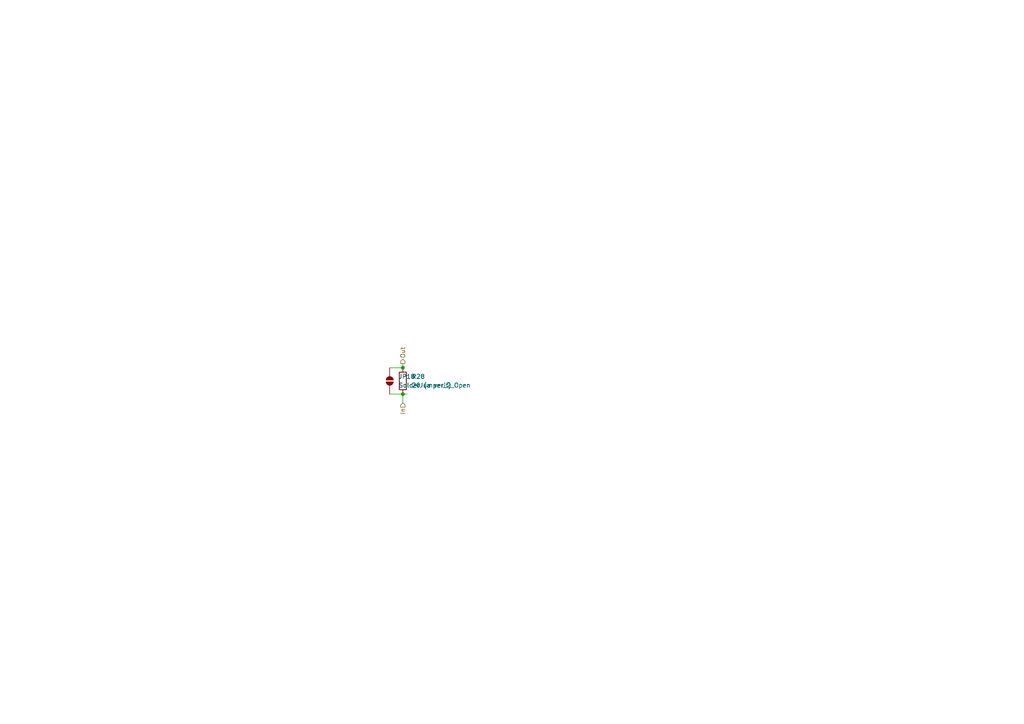
<source format=kicad_sch>
(kicad_sch (version 20231120) (generator "eeschema") (generator_version "8.0")
  (paper "A4")
  (lib_symbols
    (symbol "Device:R" (pin_numbers hide) (pin_names (offset 0))
      (property "Reference" "R" (at 2.032 0 90))
      (property "Value" "R" (at 0 0 90))
      (symbol "R_0_1"
        (rectangle (start -1.016 -2.54) (end 1.016 2.54) (stroke (width 0.254)))
      )
      (symbol "R_1_1"
        (pin passive line (at 0 3.81 270) (length 1.27) (name "~") (number "1"))
        (pin passive line (at 0 -3.81 90) (length 1.27) (name "~") (number "2"))
      )
    )
    (symbol "Jumper:SolderJumper_2_Open" (pin_numbers hide) (pin_names (offset 0) hide) (exclude_from_sim yes) (in_bom no)
      (property "Reference" "JP" (at 0 2.032 0))
      (property "Value" "SolderJumper_2_Open" (at 0 -2.54 0))
      (symbol "SolderJumper_2_Open_0_1"
        (arc (start -0.254 1.016) (mid -1.2656 0) (end -0.254 -1.016))
        (arc (start -0.254 1.016) (mid -1.2656 0) (end -0.254 -1.016) (fill (type outline)))
        (polyline (pts (xy -0.254 1.016) (xy -0.254 -1.016)))
        (polyline (pts (xy 0.254 1.016) (xy 0.254 -1.016)))
        (arc (start 0.254 -1.016) (mid 1.2656 0) (end 0.254 1.016))
        (arc (start 0.254 -1.016) (mid 1.2656 0) (end 0.254 1.016) (fill (type outline)))
      )
      (symbol "SolderJumper_2_Open_1_1"
        (pin passive line (at -3.81 0 0) (length 2.54) (name "A") (number "1"))
        (pin passive line (at 3.81 0 180) (length 2.54) (name "B") (number "2"))
      )
    )
  )
  (junction (at 116.84 114.3))
  (junction (at 116.84 106.68))
  (wire (pts (xy 116.84 114.3) (xy 118.11 114.3)))
  (wire (pts (xy 116.84 105.41) (xy 116.84 106.68)))
  (wire (pts (xy 113.03 114.3) (xy 116.84 114.3)))
  (wire (pts (xy 113.03 106.68) (xy 116.84 106.68)))
  (wire (pts (xy 116.84 116.84) (xy 116.84 114.3)))
  (hierarchical_label "In" (shape input) (at 116.84 116.84 270))
  (hierarchical_label "Out" (shape output) (at 116.84 105.41 90))
  (symbol (lib_id "Jumper:SolderJumper_2_Open") (at 113.03 110.49 270) (unit 1) (exclude_from_sim yes) (in_bom no)
    (property "Reference" "JP18" (at 115.57 109.2199 90) (effects (justify left)))
    (property "Value" "SolderJumper_2_Open" (at 115.57 111.7599 90) (effects (justify left)))
    (property "Footprint" "Jumper:SolderJumper-2_P1.3mm_Open_Pad1.0x1.5mm" (effects (hide yes)))
    (property "Description" "Solder Jumper, 2-pole, open" (effects (hide yes)))
  )
  (symbol (lib_id "Device:R") (at 116.84 110.49 0) (unit 1)
    (property "Reference" "R28" (at 119.38 109.2199 0) (effects (justify left)))
    (property "Value" "20 (a verif)" (at 119.38 111.7599 0) (effects (justify left)))
    (property "Footprint" "Resistor_SMD:R_0805_2012Metric_Pad1.20x1.40mm_HandSolder" (effects (hide yes)))
    (property "Description" "Resistor" (effects (hide yes)))
  )
)
</source>
